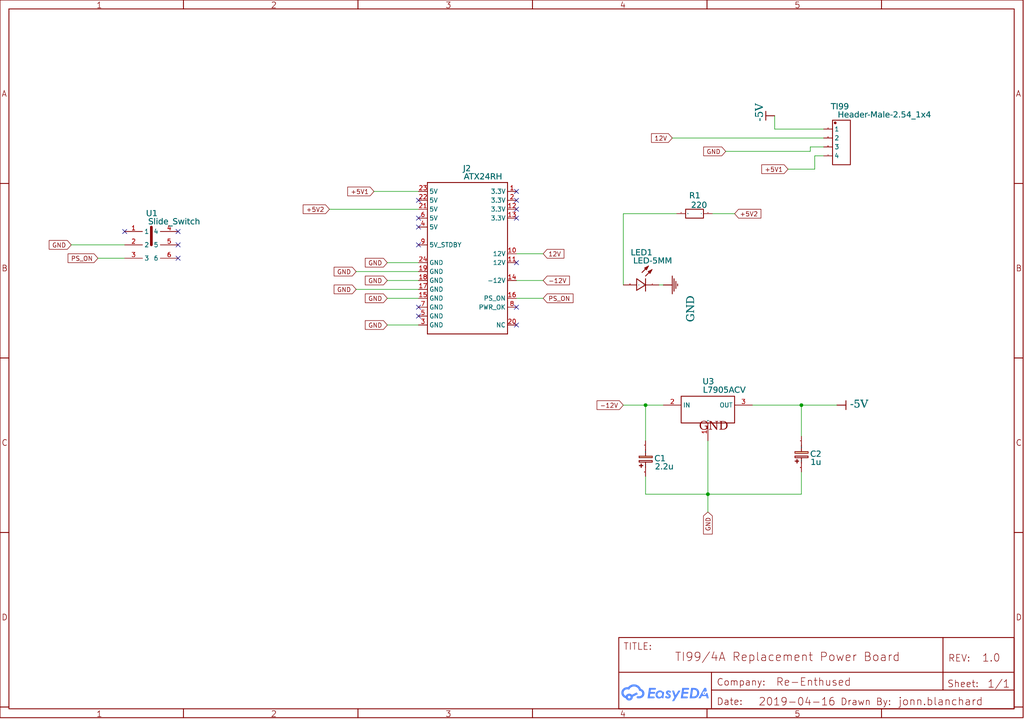
<source format=kicad_sch>
(kicad_sch (version 20231120) (generator "eeschema") (generator_version "7.99")
  (paper "User" 292.1 205.105)
  (lib_symbols
    (symbol "-5V" (power) (pin_numbers hide) (pin_names hide)
      (property "Value" "-5V" (at 0 3.81 0))
      (symbol "-5V_0_0"
        (pin power_in line (at 0 0 270) (length 0) (name "-5V") (number "1"))
      )
    )
    (symbol "ATX24RH"
      (property "Reference" "J2" (at -1.2446 26.4541 0))
      (property "Value" "ATX24RH" (at -1.2446 24.1681 0))
      (symbol "ATX24RH_0_0"
        (pin unspecified line (at 13.97 19.05 180) (length 2.54) (name "3.3V") (number "1"))
        (pin unspecified line (at 13.97 1.27 180) (length 2.54) (name "12V") (number "10"))
        (pin unspecified line (at 13.97 -1.27 180) (length 2.54) (name "12V") (number "11"))
        (pin unspecified line (at 13.97 13.97 180) (length 2.54) (name "3.3V") (number "12"))
        (pin unspecified line (at 13.97 11.43 180) (length 2.54) (name "3.3V") (number "13"))
        (pin unspecified line (at 13.97 -6.35 180) (length 2.54) (name "-12V") (number "14"))
        (pin unspecified line (at -13.97 -11.43 0) (length 2.54) (name "GND") (number "15"))
        (pin unspecified line (at 13.97 -11.43 180) (length 2.54) (name "PS_ON") (number "16"))
        (pin unspecified line (at -13.97 -8.89 0) (length 2.54) (name "GND") (number "17"))
        (pin unspecified line (at -13.97 -6.35 0) (length 2.54) (name "GND") (number "18"))
        (pin unspecified line (at -13.97 -3.81 0) (length 2.54) (name "GND") (number "19"))
        (pin unspecified line (at 13.97 16.51 180) (length 2.54) (name "3.3V") (number "2"))
        (pin unspecified line (at 13.97 -19.05 180) (length 2.54) (name "NC") (number "20"))
        (pin unspecified line (at -13.97 13.97 0) (length 2.54) (name "5V") (number "21"))
        (pin unspecified line (at -13.97 16.51 0) (length 2.54) (name "5V") (number "22"))
        (pin unspecified line (at -13.97 19.05 0) (length 2.54) (name "5V") (number "23"))
        (pin unspecified line (at -13.97 -1.27 0) (length 2.54) (name "GND") (number "24"))
        (pin unspecified line (at -13.97 -19.05 0) (length 2.54) (name "GND") (number "3"))
        (pin unspecified line (at -13.97 8.89 0) (length 2.54) (name "5V") (number "4"))
        (pin unspecified line (at -13.97 -16.51 0) (length 2.54) (name "GND") (number "5"))
        (pin unspecified line (at -13.97 11.43 0) (length 2.54) (name "5V") (number "6"))
        (pin unspecified line (at -13.97 -13.97 0) (length 2.54) (name "GND") (number "7"))
        (pin unspecified line (at 13.97 -13.97 180) (length 2.54) (name "PWR_OK") (number "8"))
        (pin unspecified line (at -13.97 3.81 0) (length 2.54) (name "5V_STDBY") (number "9"))
      )
    )
    (symbol "C_Tan_SMD_C_EU"
      (property "Reference" "C1" (at 2.54 0.8763 0))
      (property "Value" "2.2u" (at 2.413 -1.4097 0))
      (symbol "C_Tan_SMD_C_EU_0_0"
        (pin unspecified line (at 0 -5.08 90) (length 2.54) (name "1") (number "1"))
        (pin unspecified line (at 0 5.08 270) (length 2.54) (name "2") (number "2"))
      )
    )
    (symbol "C_Tan_SMD_C_EU_1"
      (property "Reference" "C2" (at 2.54 0.8763 0))
      (property "Value" "1u" (at 2.413 -1.4097 0))
      (symbol "C_Tan_SMD_C_EU_1_0_0"
        (pin unspecified line (at 0 -5.08 90) (length 2.54) (name "1") (number "1"))
        (pin unspecified line (at 0 5.08 270) (length 2.54) (name "2") (number "2"))
      )
    )
    (symbol "GND" (power) (pin_numbers hide) (pin_names hide)
      (property "Value" "GND" (at 0 6.35 0))
      (symbol "GND_0_0"
        (pin power_in line (at 0 0 270) (length 0) (name "GND") (number "1"))
      )
    )
    (symbol "L7905ACV"
      (property "Reference" "U3" (at -1.4986 11.3919 0))
      (property "Value" "L7905ACV" (at -1.651 9.0297 0))
      (symbol "L7905ACV_0_0"
        (text "GND" (at -2.54 -0.762 0) (effects (font (size 2.413 2.413)) (justify left top)))
        (pin passive line (at 0 -6.35 90) (length 5.08) (name "GND") (number "1"))
        (pin passive line (at -12.7 3.81 0) (length 5.08) (name "IN") (number "2"))
        (pin passive line (at 12.7 3.81 180) (length 5.08) (name "OUT") (number "3"))
      )
    )
    (symbol "Res_2512(1W)_EU"
      (property "Reference" "R1" (at -1.4986 6.0071 0))
      (property "Value" "220" (at -1.27 3.3401 0))
      (symbol "Res_2512(1W)_EU_0_0"
        (pin unspecified line (at 5.08 0 180) (length 2.54) (name "1") (number "1"))
        (pin unspecified line (at -5.08 0 0) (length 2.54) (name "2") (number "2"))
      )
    )
    (symbol "Slide_Switch"
      (property "Reference" "U1" (at -1.4986 9.8171 0))
      (property "Value" "Slide_Switch" (at -1.4986 7.5311 0))
      (symbol "Slide_Switch_0_0"
        (pin unspecified line (at -7.62 3.81 0) (length 5.08) (name "1") (number "1"))
        (pin unspecified line (at -7.62 0 0) (length 5.08) (name "2") (number "2"))
        (pin unspecified line (at -7.62 -3.81 0) (length 5.08) (name "3") (number "3"))
        (pin unspecified line (at 7.62 3.81 180) (length 5.08) (name "4") (number "4"))
        (pin unspecified line (at 7.62 0 180) (length 5.08) (name "5") (number "5"))
        (pin unspecified line (at 7.62 -3.81 180) (length 5.08) (name "6") (number "6"))
      )
    )
    (symbol "Unknown_574_403"
      (property "Reference" "." (at -0.508 107.6071 0))
      (property "Value" "NO" (at -0.508 104.8131 0))
      (symbol "Unknown_574_403_0_0"
        (text "1" (at -118.364 -100.2919 0) (effects (font (size 1.6891 1.6891)) (justify left top)))
        (text "1" (at -118.364 101.8921 0) (effects (font (size 1.6891 1.6891)) (justify left top)))
        (text "1.0" (at 134.2644 -83.9851 0) (effects (font (size 2.1717 2.1717)) (justify left top)))
        (text "1/1" (at 135.7884 -91.4019 0) (effects (font (size 2.1717 2.1717)) (justify left top)))
        (text "2" (at -68.58 -100.2919 0) (effects (font (size 1.6891 1.6891)) (justify left top)))
        (text "2" (at -68.58 101.8921 0) (effects (font (size 1.6891 1.6891)) (justify left top)))
        (text "2019-04-16" (at 70.5104 -96.4819 0) (effects (font (size 2.1717 2.1717)) (justify left top)))
        (text "3" (at -18.796 -100.2919 0) (effects (font (size 1.6891 1.6891)) (justify left top)))
        (text "3" (at -18.796 101.8921 0) (effects (font (size 1.6891 1.6891)) (justify left top)))
        (text "4" (at 30.988 -100.2919 0) (effects (font (size 1.6891 1.6891)) (justify left top)))
        (text "4" (at 30.988 101.8921 0) (effects (font (size 1.6891 1.6891)) (justify left top)))
        (text "5" (at 80.772 -100.2919 0) (effects (font (size 1.6891 1.6891)) (justify left top)))
        (text "5" (at 80.772 101.8921 0) (effects (font (size 1.6891 1.6891)) (justify left top)))
        (text "A" (at -145.415 76.6191 0) (effects (font (size 1.6891 1.6891)) (justify left top)))
        (text "A" (at 143.891 76.6191 0) (effects (font (size 1.6891 1.6891)) (justify left top)))
        (text "B" (at -145.415 26.8351 0) (effects (font (size 1.6891 1.6891)) (justify left top)))
        (text "B" (at 143.891 26.8351 0) (effects (font (size 1.6891 1.6891)) (justify left top)))
        (text "C" (at -145.415 -22.9489 0) (effects (font (size 1.6891 1.6891)) (justify left top)))
        (text "C" (at 143.891 -22.9489 0) (effects (font (size 1.6891 1.6891)) (justify left top)))
        (text "Company:" (at 58.5724 -91.0844 0) (effects (font (size 1.9304 1.9304)) (justify left top)))
        (text "D" (at -145.415 -72.7329 0) (effects (font (size 1.6891 1.6891)) (justify left top)))
        (text "D" (at 143.891 -72.7329 0) (effects (font (size 1.6891 1.6891)) (justify left top)))
        (text "Date:" (at 58.5724 -96.6216 0) (effects (font (size 1.9304 1.9304)) (justify left top)))
        (text "Drawn By:" (at 93.8784 -96.6724 0) (effects (font (size 1.9304 1.9304)) (justify left top)))
        (text "jonn.blanchard" (at 110.3884 -96.4311 0) (effects (font (size 2.1717 2.1717)) (justify left top)))
        (text "Re-Enthused" (at 75.4888 -90.8685 0) (effects (font (size 2.1717 2.1717)) (justify left top)))
        (text "REV:" (at 124.6124 -84.2264 0) (effects (font (size 1.9304 1.9304)) (justify left top)))
        (text "Sheet:" (at 124.3584 -91.5416 0) (effects (font (size 1.9304 1.9304)) (justify left top)))
        (text "TI99/4A Replacement Power Board" (at 46.6344 -83.566 0) (effects (font (size 2.413 2.413)) (justify left top)))
        (text "TITLE:" (at 31.9786 -80.8736 0) (effects (font (size 1.9304 1.9304)) (justify left top)))
      )
    )
    (symbol "Unknown_720_320"
      (property "Reference" "LED1" (at -2.9464 10.0711 0))
      (property "Value" "LED-5MM" (at -2.9464 7.7851 0))
      (symbol "Unknown_720_320_0_0"
        (pin unspecified line (at -5.08 0 0) (length 3.81) (name "+") (number "1"))
        (pin unspecified line (at 5.08 0 180) (length 3.81) (name "-") (number "2"))
      )
    )
    (symbol "Unknown_940_160"
      (property "Reference" "TI99" (at -1.7526 11.0871 0))
      (property "Value" "Header-Male-2.54_1x4" (at -1.7526 8.8011 0))
      (symbol "Unknown_940_160_0_0"
        (pin unspecified line (at -3.81 3.81 0) (length 2.54) (name "1") (number "1"))
        (pin unspecified line (at -3.81 1.27 0) (length 2.54) (name "2") (number "2"))
        (pin unspecified line (at -3.81 -1.27 0) (length 2.54) (name "3") (number "3"))
        (pin unspecified line (at -3.81 -3.81 0) (length 2.54) (name "4") (number "4"))
      )
    )
  )
  (junction (at 201.93 140.97))
  (junction (at 228.6 115.57))
  (junction (at 184.15 115.57))
  (no_connect (at 147.32 92.71))
  (no_connect (at 50.8 69.85))
  (no_connect (at 119.38 90.17))
  (no_connect (at 147.32 74.93))
  (no_connect (at 147.32 59.69))
  (no_connect (at 119.38 69.85))
  (no_connect (at 147.32 62.23))
  (no_connect (at 119.38 64.77))
  (no_connect (at 50.8 66.04))
  (no_connect (at 147.32 54.61))
  (no_connect (at 35.56 66.04))
  (no_connect (at 119.38 62.23))
  (no_connect (at 147.32 57.15))
  (no_connect (at 147.32 87.63))
  (no_connect (at 119.38 87.63))
  (no_connect (at 50.8 73.66))
  (no_connect (at 119.38 57.15))
  (wire (pts (xy 193.04 60.96) (xy 177.8 60.96)))
  (wire (pts (xy 220.98 36.83) (xy 220.98 33.02)))
  (wire (pts (xy 110.49 80.01) (xy 119.38 80.01)))
  (wire (pts (xy 228.6 115.57) (xy 214.63 115.57)))
  (wire (pts (xy 184.15 140.97) (xy 201.93 140.97)))
  (wire (pts (xy 101.6 82.55) (xy 119.38 82.55)))
  (wire (pts (xy 238.76 115.57) (xy 228.6 115.57)))
  (wire (pts (xy 147.32 80.01) (xy 154.94 80.01)))
  (wire (pts (xy 228.6 124.46) (xy 228.6 115.57)))
  (wire (pts (xy 184.15 125.73) (xy 184.15 115.57)))
  (wire (pts (xy 201.93 146.05) (xy 201.93 140.97)))
  (wire (pts (xy 224.79 48.26) (xy 232.41 48.26)))
  (wire (pts (xy 147.32 72.39) (xy 154.94 72.39)))
  (wire (pts (xy 184.15 115.57) (xy 189.23 115.57)))
  (wire (pts (xy 231.14 41.91) (xy 234.95 41.91)))
  (wire (pts (xy 207.01 43.18) (xy 231.14 43.18)))
  (wire (pts (xy 177.8 60.96) (xy 177.8 81.28)))
  (wire (pts (xy 110.49 92.71) (xy 119.38 92.71)))
  (wire (pts (xy 232.41 48.26) (xy 232.41 44.45)))
  (wire (pts (xy 203.2 60.96) (xy 209.55 60.96)))
  (wire (pts (xy 27.94 73.66) (xy 35.56 73.66)))
  (wire (pts (xy 184.15 135.89) (xy 184.15 140.97)))
  (wire (pts (xy 20.32 69.85) (xy 35.56 69.85)))
  (wire (pts (xy 101.6 77.47) (xy 119.38 77.47)))
  (wire (pts (xy 228.6 140.97) (xy 201.93 140.97)))
  (wire (pts (xy 110.49 74.93) (xy 119.38 74.93)))
  (wire (pts (xy 234.95 36.83) (xy 220.98 36.83)))
  (wire (pts (xy 228.6 134.62) (xy 228.6 140.97)))
  (wire (pts (xy 187.96 81.28) (xy 189.23 81.28)))
  (wire (pts (xy 231.14 43.18) (xy 231.14 41.91)))
  (wire (pts (xy 110.49 85.09) (xy 119.38 85.09)))
  (wire (pts (xy 232.41 44.45) (xy 234.95 44.45)))
  (wire (pts (xy 106.68 54.61) (xy 119.38 54.61)))
  (wire (pts (xy 177.8 115.57) (xy 184.15 115.57)))
  (wire (pts (xy 93.98 59.69) (xy 119.38 59.69)))
  (wire (pts (xy 147.32 85.09) (xy 154.94 85.09)))
  (wire (pts (xy 191.77 39.37) (xy 234.95 39.37)))
  (wire (pts (xy 201.93 140.97) (xy 201.93 125.73)))
  (global_label "+5V1" (shape input) (at 106.68 54.61 180) (property "Intersheetrefs" "${INTERSHEET_REFS}" (effects (hide yes))))
  (global_label "GND" (shape input) (at 110.49 74.93 180) (property "Intersheetrefs" "${INTERSHEET_REFS}" (effects (hide yes))))
  (global_label "GND" (shape input) (at 207.01 43.18 180) (property "Intersheetrefs" "${INTERSHEET_REFS}" (effects (hide yes))))
  (global_label "GND" (shape input) (at 20.32 69.85 180) (property "Intersheetrefs" "${INTERSHEET_REFS}" (effects (hide yes))))
  (global_label "PS_ON" (shape input) (at 27.94 73.66 180) (property "Intersheetrefs" "${INTERSHEET_REFS}" (effects (hide yes))))
  (global_label "-12V" (shape input) (at 177.8 115.57 180) (property "Intersheetrefs" "${INTERSHEET_REFS}" (effects (hide yes))))
  (global_label "GND" (shape input) (at 101.6 82.55 180) (property "Intersheetrefs" "${INTERSHEET_REFS}" (effects (hide yes))))
  (global_label "12V" (shape input) (at 191.77 39.37 180) (property "Intersheetrefs" "${INTERSHEET_REFS}" (effects (hide yes))))
  (global_label "GND" (shape input) (at 110.49 92.71 180) (property "Intersheetrefs" "${INTERSHEET_REFS}" (effects (hide yes))))
  (global_label "GND" (shape input) (at 101.6 77.47 180) (property "Intersheetrefs" "${INTERSHEET_REFS}" (effects (hide yes))))
  (global_label "GND" (shape input) (at 201.93 146.05 270) (property "Intersheetrefs" "${INTERSHEET_REFS}" (effects (hide yes))))
  (global_label "+5V1" (shape input) (at 224.79 48.26 180) (property "Intersheetrefs" "${INTERSHEET_REFS}" (effects (hide yes))))
  (global_label "PS_ON" (shape input) (at 154.94 85.09 0) (property "Intersheetrefs" "${INTERSHEET_REFS}" (effects (hide yes))))
  (global_label "+5V2" (shape input) (at 93.98 59.69 180) (property "Intersheetrefs" "${INTERSHEET_REFS}" (effects (hide yes))))
  (global_label "12V" (shape input) (at 154.94 72.39 0) (property "Intersheetrefs" "${INTERSHEET_REFS}" (effects (hide yes))))
  (global_label "GND" (shape input) (at 110.49 85.09 180) (property "Intersheetrefs" "${INTERSHEET_REFS}" (effects (hide yes))))
  (global_label "-12V" (shape input) (at 154.94 80.01 0) (property "Intersheetrefs" "${INTERSHEET_REFS}" (effects (hide yes))))
  (global_label "+5V2" (shape input) (at 209.55 60.96 0) (property "Intersheetrefs" "${INTERSHEET_REFS}" (effects (hide yes))))
  (global_label "GND" (shape input) (at 110.49 80.01 180) (property "Intersheetrefs" "${INTERSHEET_REFS}" (effects (hide yes))))
  (symbol (lib_id "Slide_Switch") (at 43.18 69.85 0) (unit 0)
    (property "Reference" "U1" (at 41.6814 60.0329 0) (effects (font (size 1.6891 1.6891)) (justify left top)))
    (property "Value" "Slide_Switch" (at 41.6814 62.3189 0) (effects (font (size 1.6891 1.6891)) (justify left top)))
  )
  (symbol (lib_id "C_Tan_SMD_C_EU_1") (at 228.6 129.54 0) (unit 0)
    (property "Reference" "C2" (at 231.14 128.6637 0) (effects (font (size 1.6891 1.6891)) (justify left top)))
    (property "Value" "1u" (at 231.013 130.9497 0) (effects (font (size 1.6891 1.6891)) (justify left top)))
  )
  (symbol (lib_id "Unknown_720_320") (at 182.88 81.28 0) (unit 0)
    (property "Reference" "LED1" (at 179.9336 71.2089 0) (effects (font (size 1.6891 1.6891)) (justify left top)))
    (property "Value" "LED-5MM" (at 179.9336 73.4949 0) (effects (font (size 1.6891 1.6891)) (justify left top)))
  )
  (symbol (lib_id "-5V") (at 220.98 33.02 270) (mirror x) (unit 0)
    (property "Reference" "#PWR?" (effects (hide yes)))
    (property "Value" "-5V" (at 217.932 35.56 180) (effects (font (size 2.1717 2.1717)) (justify right bottom)))
    (property "Description" "Power symbol creates a global label with name '-5V'" (effects (hide yes)))
  )
  (symbol (lib_id "L7905ACV") (at 201.93 119.38 0) (unit 0)
    (property "Reference" "U3" (at 200.4314 107.9881 0) (effects (font (size 1.6891 1.6891)) (justify left top)))
    (property "Value" "L7905ACV" (at 200.279 110.3503 0) (effects (font (size 1.6891 1.6891)) (justify left top)))
  )
  (symbol (lib_id "Res_2512(1W)_EU") (at 198.12 60.96 0) (unit 0)
    (property "Reference" "R1" (at 196.6214 54.9529 0) (effects (font (size 1.6891 1.6891)) (justify left top)))
    (property "Value" "220" (at 196.85 57.6199 0) (effects (font (size 1.6891 1.6891)) (justify left top)))
  )
  (symbol (lib_id "C_Tan_SMD_C_EU") (at 184.15 130.81 0) (unit 0)
    (property "Reference" "C1" (at 186.69 129.9337 0) (effects (font (size 1.6891 1.6891)) (justify left top)))
    (property "Value" "2.2u" (at 186.563 132.2197 0) (effects (font (size 1.6891 1.6891)) (justify left top)))
  )
  (symbol (lib_id "ATX24RH") (at 133.35 73.66 0) (unit 0)
    (property "Reference" "J2" (at 132.1054 47.2059 0) (effects (font (size 1.6891 1.6891)) (justify left top)))
    (property "Value" "ATX24RH" (at 132.1054 49.4919 0) (effects (font (size 1.6891 1.6891)) (justify left top)))
  )
  (symbol (lib_id "GND") (at 189.23 81.28 90) (unit 0)
    (property "Reference" "#PWR?" (effects (hide yes)))
    (property "Value" "GND" (at 195.834 84.582 180) (effects (font (size 2.1717 2.1717)) (justify left bottom)))
    (property "Description" "Power symbol creates a global label with name 'GND'" (effects (hide yes)))
  )
  (symbol (lib_id "Unknown_574_403") (at 145.796 102.362 0) (unit 0)
    (property "Reference" "." (at 145.288 -5.2451 0) (effects (font (size 1.6891 1.6891)) (justify left top)))
    (property "Value" "NO" (at 145.288 -2.4511 0) (effects (font (size 1.6891 1.6891)) (justify left top)))
  )
  (symbol (lib_id "Unknown_940_160") (at 238.76 40.64 0) (unit 0)
    (property "Reference" "TI99" (at 237.0074 29.5529 0) (effects (font (size 1.6891 1.6891)) (justify left top)))
    (property "Value" "Header-Male-2.54_1x4" (at 237.0074 31.8389 0) (effects (font (size 1.6891 1.6891)) (justify left top)))
  )
  (symbol (lib_id "-5V") (at 238.76 115.57 90) (mirror x) (unit 0)
    (property "Reference" "#PWR?" (effects (hide yes)))
    (property "Value" "-5V" (at 241.554 116.586 -270) (effects (font (size 2.1717 2.1717)) (justify right bottom)))
    (property "Description" "Power symbol creates a global label with name '-5V'" (effects (hide yes)))
  )
)
</source>
